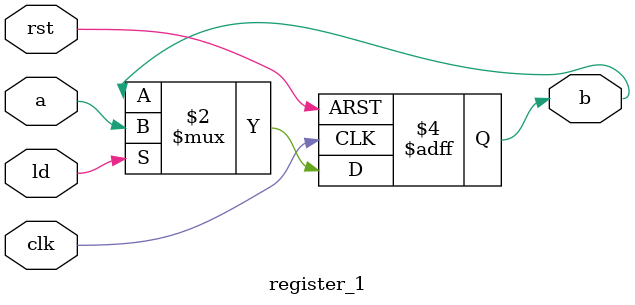
<source format=v>
`timescale 1ns/1ns
module register_1(input a, input clk,rst,ld, output reg b);
  always@(posedge clk , posedge rst) begin
    if (rst) b = 1'b0;
    else if (ld) b <= a;
  end
endmodule

</source>
